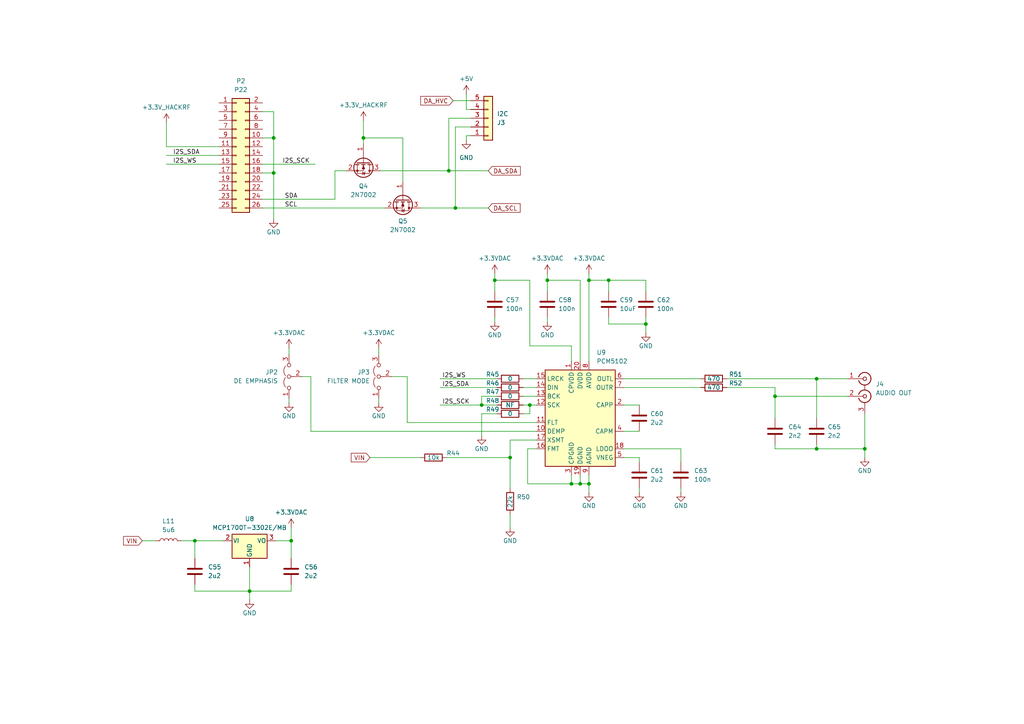
<source format=kicad_sch>
(kicad_sch (version 20231120) (generator "eeschema") (generator_version "8.0")
  (paper "A4")
  (title_block (title "${TITLE}") (date "${DATE}") (rev "${VERSION}") (company "${COPYRIGHT}") (comment 1 "${LICENSE}") (comment 2 "AUDIO OUTPUT"))
  (lib_symbols
    (symbol "+3.3v_aud:+3.3V_AUD" (power) (pin_names (offset 0))
      (property "Value" "+3.3V_AUD" (at 0 4.445 0))
      (symbol "+3.3V_AUD_0_0"
        (pin power_in line (at 0 0 90) (length 0) hide (name "+3.3VDAC") (number "1"))
      )
      (symbol "+3.3V_AUD_0_1"
        (polyline (pts (xy -0.762 1.27) (xy 0 2.54)))
        (polyline (pts (xy 0 0) (xy 0 2.54)))
        (polyline (pts (xy 0 2.54) (xy 0.762 1.27)))
      )
    )
    (symbol "+3.3v_hackrf:+3.3V_HACKRF" (power) (pin_names (offset 0))
      (property "Value" "+3.3V_HACKRF" (at 0 5.08 0))
      (symbol "+3.3V_HACKRF_0_1"
        (polyline (pts (xy -0.762 1.27) (xy 0 2.54)))
        (polyline (pts (xy 0 0) (xy 0 2.54)))
        (polyline (pts (xy 0 2.54) (xy 0.762 1.27)))
      )
      (symbol "+3.3V_HACKRF_1_0"
        (pin power_in line (at 0 0 90) (length 0) hide (name "+3.3V_HACKRF") (number "1"))
      )
    )
    (symbol "Audio:PCM5102"
      (property "Reference" "U" (at -10.16 13.97 0))
      (property "Value" "PCM5102" (at 3.81 13.97 0))
      (symbol "PCM5102_0_1"
        (rectangle (start -10.16 12.7) (end 10.16 -15.24) (stroke (width 0.254)) (fill (type background)))
      )
      (symbol "PCM5102_1_1"
        (pin passive line (at -2.54 15.24 270) (length 2.54) (name "CPVDD") (number "1"))
        (pin input line (at -12.7 -5.08 0) (length 2.54) (name "DEMP") (number "10"))
        (pin input line (at -12.7 -2.54 0) (length 2.54) (name "FLT") (number "11"))
        (pin input line (at -12.7 2.54 0) (length 2.54) (name "SCK") (number "12"))
        (pin input line (at -12.7 5.08 0) (length 2.54) (name "BCK") (number "13"))
        (pin input line (at -12.7 7.62 0) (length 2.54) (name "DIN") (number "14"))
        (pin input line (at -12.7 10.16 0) (length 2.54) (name "LRCK") (number "15"))
        (pin input line (at -12.7 -10.16 0) (length 2.54) (name "FMT") (number "16"))
        (pin input line (at -12.7 -7.62 0) (length 2.54) (name "XSMT") (number "17"))
        (pin passive line (at 12.7 -10.16 180) (length 2.54) (name "LDOO") (number "18"))
        (pin power_in line (at 0 -17.78 90) (length 2.54) (name "DGND") (number "19"))
        (pin passive line (at 12.7 2.54 180) (length 2.54) (name "CAPP") (number "2"))
        (pin power_in line (at 0 15.24 270) (length 2.54) (name "DVDD") (number "20"))
        (pin power_in line (at -2.54 -17.78 90) (length 2.54) (name "CPGND") (number "3"))
        (pin passive line (at 12.7 -5.08 180) (length 2.54) (name "CAPM") (number "4"))
        (pin passive line (at 12.7 -12.7 180) (length 2.54) (name "VNEG") (number "5"))
        (pin output line (at 12.7 10.16 180) (length 2.54) (name "OUTL") (number "6"))
        (pin output line (at 12.7 7.62 180) (length 2.54) (name "OUTR") (number "7"))
        (pin power_in line (at 2.54 15.24 270) (length 2.54) (name "AVDD") (number "8"))
        (pin power_in line (at 2.54 -17.78 90) (length 2.54) (name "AGND") (number "9"))
      )
    )
    (symbol "Connector:Conn_Coaxial_x2" (pin_names (offset 1.016) hide)
      (property "Reference" "J" (at 0 5.715 0))
      (property "Value" "Conn_Coaxial_x2" (at 2.921 0 90))
      (symbol "Conn_Coaxial_x2_0_1"
        (arc (start -1.778 -3.048) (mid 0.2311 -4.3466) (end 1.778 -2.54) (stroke (width 0.254)))
        (arc (start -1.778 2.032) (mid 0.2311 0.7334) (end 1.778 2.54) (stroke (width 0.254)))
        (circle (center 0 -2.54) (radius 0.508) (stroke (width 0.2032)))
        (polyline (pts (xy -2.54 -2.54) (xy -0.508 -2.54)))
        (polyline (pts (xy -2.54 2.54) (xy -0.508 2.54)))
        (polyline (pts (xy 0 -5.08) (xy 0 -4.318)))
        (polyline (pts (xy 0 0.762) (xy 0 -0.635)))
        (circle (center 0 2.54) (radius 0.508) (stroke (width 0.2032)))
        (arc (start 1.778 -2.54) (mid 0.2099 -0.7299) (end -1.778 -2.032) (stroke (width 0.254)))
        (arc (start 1.778 2.54) (mid 0.2099 4.3501) (end -1.778 3.048) (stroke (width 0.254)))
      )
      (symbol "Conn_Coaxial_x2_1_1"
        (pin passive line (at -5.08 2.54 0) (length 2.54) (name "IN1") (number "1"))
        (pin passive line (at -5.08 -2.54 0) (length 2.54) (name "IN2") (number "2"))
        (pin passive line (at 0 -7.62 90) (length 2.54) (name "EXT") (number "3"))
      )
    )
    (symbol "Connector_Generic:Conn_01x05" (pin_names (offset 1.016) hide)
      (property "Reference" "J" (at 0 7.62 0))
      (property "Value" "Conn_01x05" (at 0 -7.62 0))
      (symbol "Conn_01x05_1_1"
        (rectangle (start -1.27 -4.953) (end 0 -5.207) (stroke (width 0.1524)))
        (rectangle (start -1.27 -2.413) (end 0 -2.667) (stroke (width 0.1524)))
        (rectangle (start -1.27 0.127) (end 0 -0.127) (stroke (width 0.1524)))
        (rectangle (start -1.27 2.667) (end 0 2.413) (stroke (width 0.1524)))
        (rectangle (start -1.27 5.207) (end 0 4.953) (stroke (width 0.1524)))
        (rectangle (start -1.27 6.35) (end 1.27 -6.35) (stroke (width 0.254)) (fill (type background)))
        (pin passive line (at -5.08 5.08 0) (length 3.81) (name "Pin_1") (number "1"))
        (pin passive line (at -5.08 2.54 0) (length 3.81) (name "Pin_2") (number "2"))
        (pin passive line (at -5.08 0 0) (length 3.81) (name "Pin_3") (number "3"))
        (pin passive line (at -5.08 -2.54 0) (length 3.81) (name "Pin_4") (number "4"))
        (pin passive line (at -5.08 -5.08 0) (length 3.81) (name "Pin_5") (number "5"))
      )
    )
    (symbol "Connector_Generic:Conn_02x13_Odd_Even" (pin_names (offset 1.016) hide)
      (property "Reference" "J" (at 1.27 17.78 0))
      (property "Value" "Conn_02x13_Odd_Even" (at 1.27 -17.78 0))
      (symbol "Conn_02x13_Odd_Even_1_1"
        (rectangle (start -1.27 -15.113) (end 0 -15.367) (stroke (width 0.1524)))
        (rectangle (start -1.27 -12.573) (end 0 -12.827) (stroke (width 0.1524)))
        (rectangle (start -1.27 -10.033) (end 0 -10.287) (stroke (width 0.1524)))
        (rectangle (start -1.27 -7.493) (end 0 -7.747) (stroke (width 0.1524)))
        (rectangle (start -1.27 -4.953) (end 0 -5.207) (stroke (width 0.1524)))
        (rectangle (start -1.27 -2.413) (end 0 -2.667) (stroke (width 0.1524)))
        (rectangle (start -1.27 0.127) (end 0 -0.127) (stroke (width 0.1524)))
        (rectangle (start -1.27 2.667) (end 0 2.413) (stroke (width 0.1524)))
        (rectangle (start -1.27 5.207) (end 0 4.953) (stroke (width 0.1524)))
        (rectangle (start -1.27 7.747) (end 0 7.493) (stroke (width 0.1524)))
        (rectangle (start -1.27 10.287) (end 0 10.033) (stroke (width 0.1524)))
        (rectangle (start -1.27 12.827) (end 0 12.573) (stroke (width 0.1524)))
        (rectangle (start -1.27 15.367) (end 0 15.113) (stroke (width 0.1524)))
        (rectangle (start -1.27 16.51) (end 3.81 -16.51) (stroke (width 0.254)) (fill (type background)))
        (rectangle (start 3.81 -15.113) (end 2.54 -15.367) (stroke (width 0.1524)))
        (rectangle (start 3.81 -12.573) (end 2.54 -12.827) (stroke (width 0.1524)))
        (rectangle (start 3.81 -10.033) (end 2.54 -10.287) (stroke (width 0.1524)))
        (rectangle (start 3.81 -7.493) (end 2.54 -7.747) (stroke (width 0.1524)))
        (rectangle (start 3.81 -4.953) (end 2.54 -5.207) (stroke (width 0.1524)))
        (rectangle (start 3.81 -2.413) (end 2.54 -2.667) (stroke (width 0.1524)))
        (rectangle (start 3.81 0.127) (end 2.54 -0.127) (stroke (width 0.1524)))
        (rectangle (start 3.81 2.667) (end 2.54 2.413) (stroke (width 0.1524)))
        (rectangle (start 3.81 5.207) (end 2.54 4.953) (stroke (width 0.1524)))
        (rectangle (start 3.81 7.747) (end 2.54 7.493) (stroke (width 0.1524)))
        (rectangle (start 3.81 10.287) (end 2.54 10.033) (stroke (width 0.1524)))
        (rectangle (start 3.81 12.827) (end 2.54 12.573) (stroke (width 0.1524)))
        (rectangle (start 3.81 15.367) (end 2.54 15.113) (stroke (width 0.1524)))
        (pin passive line (at -5.08 15.24 0) (length 3.81) (name "Pin_1") (number "1"))
        (pin passive line (at 7.62 5.08 180) (length 3.81) (name "Pin_10") (number "10"))
        (pin passive line (at -5.08 2.54 0) (length 3.81) (name "Pin_11") (number "11"))
        (pin passive line (at 7.62 2.54 180) (length 3.81) (name "Pin_12") (number "12"))
        (pin passive line (at -5.08 0 0) (length 3.81) (name "Pin_13") (number "13"))
        (pin passive line (at 7.62 0 180) (length 3.81) (name "Pin_14") (number "14"))
        (pin passive line (at -5.08 -2.54 0) (length 3.81) (name "Pin_15") (number "15"))
        (pin passive line (at 7.62 -2.54 180) (length 3.81) (name "Pin_16") (number "16"))
        (pin passive line (at -5.08 -5.08 0) (length 3.81) (name "Pin_17") (number "17"))
        (pin passive line (at 7.62 -5.08 180) (length 3.81) (name "Pin_18") (number "18"))
        (pin passive line (at -5.08 -7.62 0) (length 3.81) (name "Pin_19") (number "19"))
        (pin passive line (at 7.62 15.24 180) (length 3.81) (name "Pin_2") (number "2"))
        (pin passive line (at 7.62 -7.62 180) (length 3.81) (name "Pin_20") (number "20"))
        (pin passive line (at -5.08 -10.16 0) (length 3.81) (name "Pin_21") (number "21"))
        (pin passive line (at 7.62 -10.16 180) (length 3.81) (name "Pin_22") (number "22"))
        (pin passive line (at -5.08 -12.7 0) (length 3.81) (name "Pin_23") (number "23"))
        (pin passive line (at 7.62 -12.7 180) (length 3.81) (name "Pin_24") (number "24"))
        (pin passive line (at -5.08 -15.24 0) (length 3.81) (name "Pin_25") (number "25"))
        (pin passive line (at 7.62 -15.24 180) (length 3.81) (name "Pin_26") (number "26"))
        (pin passive line (at -5.08 12.7 0) (length 3.81) (name "Pin_3") (number "3"))
        (pin passive line (at 7.62 12.7 180) (length 3.81) (name "Pin_4") (number "4"))
        (pin passive line (at -5.08 10.16 0) (length 3.81) (name "Pin_5") (number "5"))
        (pin passive line (at 7.62 10.16 180) (length 3.81) (name "Pin_6") (number "6"))
        (pin passive line (at -5.08 7.62 0) (length 3.81) (name "Pin_7") (number "7"))
        (pin passive line (at 7.62 7.62 180) (length 3.81) (name "Pin_8") (number "8"))
        (pin passive line (at -5.08 5.08 0) (length 3.81) (name "Pin_9") (number "9"))
      )
    )
    (symbol "Device:C" (pin_numbers hide) (pin_names (offset 0.254))
      (property "Reference" "C" (at 0.635 2.54 0))
      (property "Value" "C" (at 0.635 -2.54 0))
      (symbol "C_0_1"
        (polyline (pts (xy -2.032 -0.762) (xy 2.032 -0.762)) (stroke (width 0.508)))
        (polyline (pts (xy -2.032 0.762) (xy 2.032 0.762)) (stroke (width 0.508)))
      )
      (symbol "C_1_1"
        (pin passive line (at 0 3.81 270) (length 2.794) (name "~") (number "1"))
        (pin passive line (at 0 -3.81 90) (length 2.794) (name "~") (number "2"))
      )
    )
    (symbol "Device:L" (pin_numbers hide) (pin_names (offset 1.016) hide)
      (property "Reference" "L" (at -1.27 0 90))
      (property "Value" "L" (at 1.905 0 90))
      (symbol "L_0_1"
        (arc (start 0 -2.54) (mid 0.6323 -1.905) (end 0 -1.27))
        (arc (start 0 -1.27) (mid 0.6323 -0.635) (end 0 0))
        (arc (start 0 0) (mid 0.6323 0.635) (end 0 1.27))
        (arc (start 0 1.27) (mid 0.6323 1.905) (end 0 2.54))
      )
      (symbol "L_1_1"
        (pin passive line (at 0 3.81 270) (length 1.27) (name "1") (number "1"))
        (pin passive line (at 0 -3.81 90) (length 1.27) (name "2") (number "2"))
      )
    )
    (symbol "Device:R" (pin_numbers hide) (pin_names (offset 0))
      (property "Reference" "R" (at 2.032 0 90))
      (property "Value" "R" (at 0 0 90))
      (symbol "R_0_1"
        (rectangle (start -1.016 -2.54) (end 1.016 2.54) (stroke (width 0.254)))
      )
      (symbol "R_1_1"
        (pin passive line (at 0 3.81 270) (length 1.27) (name "~") (number "1"))
        (pin passive line (at 0 -3.81 90) (length 1.27) (name "~") (number "2"))
      )
    )
    (symbol "Jumper:Jumper_3_Open" (pin_names (offset 0) hide)
      (property "Reference" "JP" (at -2.54 -2.54 0))
      (property "Value" "Jumper_3_Open" (at 0 2.794 0))
      (symbol "Jumper_3_Open_0_0"
        (circle (center -3.302 0) (radius 0.508))
        (circle (center 0 0) (radius 0.508))
        (circle (center 3.302 0) (radius 0.508))
      )
      (symbol "Jumper_3_Open_0_1"
        (arc (start -0.254 1.016) (mid -1.651 1.4992) (end -3.048 1.016))
        (polyline (pts (xy 0 -0.508) (xy 0 -1.27)))
        (arc (start 3.048 1.016) (mid 1.651 1.4992) (end 0.254 1.016))
      )
      (symbol "Jumper_3_Open_1_1"
        (pin passive line (at -6.35 0 0) (length 2.54) (name "A") (number "1"))
        (pin passive line (at 0 -3.81 90) (length 2.54) (name "C") (number "2"))
        (pin passive line (at 6.35 0 180) (length 2.54) (name "B") (number "3"))
      )
    )
    (symbol "Regulator_Linear:MCP1700x-120xxMB" (pin_names (offset 0.254))
      (property "Reference" "U" (at -3.81 3.175 0))
      (property "Value" "MCP1700x-120xxMB" (at 0 3.175 0))
      (symbol "MCP1700x-120xxMB_0_1"
        (rectangle (start -5.08 -5.08) (end 5.08 1.905) (stroke (width 0.254)) (fill (type background)))
      )
      (symbol "MCP1700x-120xxMB_1_1"
        (pin power_in line (at 0 -7.62 90) (length 2.54) (name "GND") (number "1"))
        (pin power_in line (at -7.62 0 0) (length 2.54) (name "VI") (number "2"))
        (pin power_out line (at 7.62 0 180) (length 2.54) (name "VO") (number "3"))
      )
    )
    (symbol "Transistor_FET:2N7002" (pin_names hide)
      (property "Reference" "Q" (at 5.08 1.905 0))
      (property "Value" "2N7002" (at 5.08 0 0))
      (symbol "2N7002_0_1"
        (polyline (pts (xy 0.254 0) (xy -2.54 0)))
        (polyline (pts (xy 0.254 1.905) (xy 0.254 -1.905)) (stroke (width 0.254)))
        (polyline (pts (xy 0.762 -1.27) (xy 0.762 -2.286)) (stroke (width 0.254)))
        (polyline (pts (xy 0.762 0.508) (xy 0.762 -0.508)) (stroke (width 0.254)))
        (polyline (pts (xy 0.762 2.286) (xy 0.762 1.27)) (stroke (width 0.254)))
        (polyline (pts (xy 2.54 2.54) (xy 2.54 1.778)))
        (polyline (pts (xy 2.54 -2.54) (xy 2.54 0) (xy 0.762 0)))
        (polyline (pts (xy 0.762 -1.778) (xy 3.302 -1.778) (xy 3.302 1.778) (xy 0.762 1.778)))
        (polyline (pts (xy 1.016 0) (xy 2.032 0.381) (xy 2.032 -0.381) (xy 1.016 0)) (fill (type outline)))
        (polyline (pts (xy 2.794 0.508) (xy 2.921 0.381) (xy 3.683 0.381) (xy 3.81 0.254)))
        (polyline (pts (xy 3.302 0.381) (xy 2.921 -0.254) (xy 3.683 -0.254) (xy 3.302 0.381)))
        (circle (center 1.651 0) (radius 2.794) (stroke (width 0.254)))
        (circle (center 2.54 -1.778) (radius 0.254) (fill (type outline)))
        (circle (center 2.54 1.778) (radius 0.254) (fill (type outline)))
      )
      (symbol "2N7002_1_1"
        (pin input line (at -5.08 0 0) (length 2.54) (name "G") (number "1"))
        (pin passive line (at 2.54 -5.08 90) (length 2.54) (name "S") (number "2"))
        (pin passive line (at 2.54 5.08 270) (length 2.54) (name "D") (number "3"))
      )
    )
    (symbol "power:+5V" (power) (pin_names (offset 0))
      (property "Value" "+5V" (at 0 3.556 0))
      (symbol "+5V_0_1"
        (polyline (pts (xy -0.762 1.27) (xy 0 2.54)))
        (polyline (pts (xy 0 0) (xy 0 2.54)))
        (polyline (pts (xy 0 2.54) (xy 0.762 1.27)))
      )
      (symbol "+5V_1_1"
        (pin power_in line (at 0 0 90) (length 0) hide (name "+5V") (number "1"))
      )
    )
    (symbol "power:GND" (power) (pin_names (offset 0))
      (property "Value" "GND" (at 0 -3.81 0))
      (symbol "GND_0_1"
        (polyline (pts (xy 0 0) (xy 0 -1.27) (xy 1.27 -1.27) (xy 0 -2.54) (xy -1.27 -1.27) (xy 0 -1.27)))
      )
      (symbol "GND_1_1"
        (pin power_in line (at 0 0 270) (length 0) hide (name "GND") (number "1"))
      )
    )
  )
  (junction (at 130.175 49.53))
  (junction (at 153.67 117.475))
  (junction (at 139.7 117.475))
  (junction (at 132.08 60.325))
  (junction (at 176.53 81.28))
  (junction (at 158.75 81.28))
  (junction (at 236.855 109.855))
  (junction (at 105.41 40.005))
  (junction (at 250.825 130.175))
  (junction (at 187.325 93.98))
  (junction (at 165.735 140.335))
  (junction (at 168.275 140.335))
  (junction (at 79.375 50.165))
  (junction (at 170.815 140.335))
  (junction (at 56.515 156.845))
  (junction (at 147.955 132.715))
  (junction (at 72.39 171.45))
  (junction (at 79.375 40.005))
  (junction (at 84.455 156.845))
  (junction (at 170.815 81.28))
  (junction (at 143.51 81.28))
  (junction (at 236.855 130.175))
  (junction (at 224.79 114.935))
  (wire (pts (xy 147.955 149.225) (xy 147.955 153.035)))
  (wire (pts (xy 79.375 40.005) (xy 79.375 50.165)))
  (wire (pts (xy 118.11 109.22) (xy 118.11 122.555)))
  (wire (pts (xy 185.42 141.605) (xy 185.42 142.875)))
  (wire (pts (xy 84.455 153.035) (xy 84.455 156.845)))
  (wire (pts (xy 127.635 112.395) (xy 144.145 112.395)))
  (wire (pts (xy 109.855 100.965) (xy 109.855 102.87)))
  (wire (pts (xy 185.42 132.715) (xy 185.42 133.985)))
  (wire (pts (xy 151.765 109.855) (xy 155.575 109.855)))
  (wire (pts (xy 151.765 112.395) (xy 155.575 112.395)))
  (wire (pts (xy 153.67 100.33) (xy 165.735 100.33)))
  (wire (pts (xy 168.275 104.775) (xy 168.275 81.28)))
  (wire (pts (xy 153.67 117.475) (xy 155.575 117.475)))
  (wire (pts (xy 153.035 140.335) (xy 165.735 140.335)))
  (wire (pts (xy 143.51 92.075) (xy 143.51 93.345)))
  (wire (pts (xy 168.275 140.335) (xy 170.815 140.335)))
  (wire (pts (xy 151.765 114.935) (xy 155.575 114.935)))
  (wire (pts (xy 132.08 60.325) (xy 141.605 60.325)))
  (wire (pts (xy 52.705 156.845) (xy 56.515 156.845)))
  (wire (pts (xy 79.375 50.165) (xy 79.375 63.5)))
  (wire (pts (xy 170.815 104.775) (xy 170.815 81.28)))
  (wire (pts (xy 113.665 109.22) (xy 118.11 109.22)))
  (wire (pts (xy 76.2 40.005) (xy 79.375 40.005)))
  (wire (pts (xy 76.2 47.625) (xy 91.44 47.625)))
  (wire (pts (xy 48.26 35.56) (xy 48.26 42.545)))
  (wire (pts (xy 147.955 127.635) (xy 155.575 127.635)))
  (wire (pts (xy 109.855 115.57) (xy 109.855 116.84)))
  (wire (pts (xy 176.53 92.075) (xy 176.53 93.98)))
  (wire (pts (xy 79.375 32.385) (xy 79.375 40.005)))
  (wire (pts (xy 165.735 100.33) (xy 165.735 104.775)))
  (wire (pts (xy 105.41 40.005) (xy 105.41 41.91)))
  (wire (pts (xy 180.975 112.395) (xy 203.2 112.395)))
  (wire (pts (xy 170.815 79.375) (xy 170.815 81.28)))
  (wire (pts (xy 110.49 49.53) (xy 130.175 49.53)))
  (wire (pts (xy 80.01 156.845) (xy 84.455 156.845)))
  (wire (pts (xy 180.975 125.095) (xy 185.42 125.095)))
  (wire (pts (xy 130.175 49.53) (xy 141.605 49.53)))
  (wire (pts (xy 197.485 130.175) (xy 197.485 133.985)))
  (wire (pts (xy 84.455 156.845) (xy 84.455 161.925)))
  (wire (pts (xy 176.53 81.28) (xy 176.53 84.455)))
  (wire (pts (xy 210.82 112.395) (xy 224.79 112.395)))
  (wire (pts (xy 139.7 117.475) (xy 144.145 117.475)))
  (wire (pts (xy 224.79 130.175) (xy 224.79 128.905)))
  (wire (pts (xy 130.175 49.53) (xy 130.175 34.29)))
  (wire (pts (xy 168.275 137.795) (xy 168.275 140.335)))
  (wire (pts (xy 224.79 112.395) (xy 224.79 114.935)))
  (wire (pts (xy 105.41 34.925) (xy 105.41 40.005)))
  (wire (pts (xy 131.445 29.21) (xy 136.525 29.21)))
  (wire (pts (xy 41.275 156.845) (xy 45.085 156.845)))
  (wire (pts (xy 72.39 164.465) (xy 72.39 171.45)))
  (wire (pts (xy 224.79 114.935) (xy 245.745 114.935)))
  (wire (pts (xy 197.485 141.605) (xy 197.485 142.875)))
  (wire (pts (xy 76.2 60.325) (xy 111.76 60.325)))
  (wire (pts (xy 168.275 81.28) (xy 158.75 81.28)))
  (wire (pts (xy 147.955 132.715) (xy 147.955 127.635)))
  (wire (pts (xy 135.255 27.305) (xy 135.255 31.75)))
  (wire (pts (xy 139.7 114.935) (xy 139.7 117.475)))
  (wire (pts (xy 116.84 52.705) (xy 116.84 40.005)))
  (wire (pts (xy 72.39 173.99) (xy 72.39 171.45)))
  (wire (pts (xy 176.53 81.28) (xy 187.325 81.28)))
  (wire (pts (xy 139.7 120.015) (xy 139.7 126.365)))
  (wire (pts (xy 144.145 114.935) (xy 139.7 114.935)))
  (wire (pts (xy 132.08 36.83) (xy 132.08 60.325)))
  (wire (pts (xy 170.815 137.795) (xy 170.815 140.335)))
  (wire (pts (xy 135.255 39.37) (xy 135.255 40.64)))
  (wire (pts (xy 147.955 132.715) (xy 147.955 141.605)))
  (wire (pts (xy 176.53 93.98) (xy 187.325 93.98)))
  (wire (pts (xy 236.855 109.855) (xy 245.745 109.855)))
  (wire (pts (xy 155.575 130.175) (xy 153.035 130.175)))
  (wire (pts (xy 180.975 109.855) (xy 203.2 109.855)))
  (wire (pts (xy 158.75 79.375) (xy 158.75 81.28)))
  (wire (pts (xy 136.525 36.83) (xy 132.08 36.83)))
  (wire (pts (xy 72.39 171.45) (xy 56.515 171.45)))
  (wire (pts (xy 90.17 109.22) (xy 87.63 109.22)))
  (wire (pts (xy 180.975 130.175) (xy 197.485 130.175)))
  (wire (pts (xy 155.575 125.095) (xy 90.17 125.095)))
  (wire (pts (xy 187.325 81.28) (xy 187.325 84.455)))
  (wire (pts (xy 170.815 140.335) (xy 170.815 142.875)))
  (wire (pts (xy 129.54 132.715) (xy 147.955 132.715)))
  (wire (pts (xy 56.515 156.845) (xy 64.77 156.845)))
  (wire (pts (xy 130.175 34.29) (xy 136.525 34.29)))
  (wire (pts (xy 236.855 128.905) (xy 236.855 130.175)))
  (wire (pts (xy 185.42 132.715) (xy 180.975 132.715)))
  (wire (pts (xy 210.82 109.855) (xy 236.855 109.855)))
  (wire (pts (xy 180.975 117.475) (xy 185.42 117.475)))
  (wire (pts (xy 151.765 117.475) (xy 153.67 117.475)))
  (wire (pts (xy 187.325 93.98) (xy 187.325 96.52)))
  (wire (pts (xy 72.39 171.45) (xy 84.455 171.45)))
  (wire (pts (xy 158.75 81.28) (xy 158.75 84.455)))
  (wire (pts (xy 118.11 122.555) (xy 155.575 122.555)))
  (wire (pts (xy 90.17 125.095) (xy 90.17 109.22)))
  (wire (pts (xy 83.82 100.965) (xy 83.82 102.87)))
  (wire (pts (xy 236.855 130.175) (xy 250.825 130.175)))
  (wire (pts (xy 48.26 45.085) (xy 63.5 45.085)))
  (wire (pts (xy 107.315 132.715) (xy 121.92 132.715)))
  (wire (pts (xy 224.79 114.935) (xy 224.79 121.285)))
  (wire (pts (xy 48.26 47.625) (xy 63.5 47.625)))
  (wire (pts (xy 170.815 81.28) (xy 176.53 81.28)))
  (wire (pts (xy 236.855 130.175) (xy 224.79 130.175)))
  (wire (pts (xy 153.035 130.175) (xy 153.035 140.335)))
  (wire (pts (xy 84.455 171.45) (xy 84.455 169.545)))
  (wire (pts (xy 165.735 137.795) (xy 165.735 140.335)))
  (wire (pts (xy 127.635 109.855) (xy 144.145 109.855)))
  (wire (pts (xy 158.75 92.075) (xy 158.75 93.345)))
  (wire (pts (xy 76.2 32.385) (xy 79.375 32.385)))
  (wire (pts (xy 165.735 140.335) (xy 168.275 140.335)))
  (wire (pts (xy 76.2 50.165) (xy 79.375 50.165)))
  (wire (pts (xy 56.515 156.845) (xy 56.515 161.925)))
  (wire (pts (xy 143.51 81.28) (xy 153.67 81.28)))
  (wire (pts (xy 151.765 120.015) (xy 153.67 120.015)))
  (wire (pts (xy 97.155 57.785) (xy 97.155 49.53)))
  (wire (pts (xy 56.515 171.45) (xy 56.515 169.545)))
  (wire (pts (xy 236.855 109.855) (xy 236.855 121.285)))
  (wire (pts (xy 153.67 120.015) (xy 153.67 117.475)))
  (wire (pts (xy 48.26 42.545) (xy 63.5 42.545)))
  (wire (pts (xy 143.51 84.455) (xy 143.51 81.28)))
  (wire (pts (xy 153.67 81.28) (xy 153.67 100.33)))
  (wire (pts (xy 127.635 117.475) (xy 139.7 117.475)))
  (wire (pts (xy 121.92 60.325) (xy 132.08 60.325)))
  (wire (pts (xy 76.2 57.785) (xy 97.155 57.785)))
  (wire (pts (xy 116.84 40.005) (xy 105.41 40.005)))
  (wire (pts (xy 144.145 120.015) (xy 139.7 120.015)))
  (wire (pts (xy 250.825 120.015) (xy 250.825 130.175)))
  (wire (pts (xy 143.51 79.375) (xy 143.51 81.28)))
  (wire (pts (xy 97.155 49.53) (xy 100.33 49.53)))
  (wire (pts (xy 250.825 130.175) (xy 250.825 132.715)))
  (wire (pts (xy 135.255 31.75) (xy 136.525 31.75)))
  (wire (pts (xy 187.325 92.075) (xy 187.325 93.98)))
  (wire (pts (xy 136.525 39.37) (xy 135.255 39.37)))
  (wire (pts (xy 83.82 115.57) (xy 83.82 116.84)))
  (label "I2S_WS" (at 50.165 47.625 0))
  (label "I2S_SDA" (at 50.165 45.085 0))
  (label "I2S_SDA" (at 128.27 112.395 0))
  (label "I2S_SCK" (at 81.915 47.625 0))
  (label "SCL" (at 82.55 60.325 0))
  (label "I2S_WS" (at 128.27 109.855 0))
  (label "I2S_SCK" (at 128.27 117.475 0))
  (label "SDA" (at 82.55 57.785 0))
  (global_label "DA_SDA" (shape input) (at 141.605 49.53 0) (property "Intersheetrefs" "${INTERSHEET_REFS}" (effects (hide yes))))
  (global_label "DA_SCL" (shape input) (at 141.605 60.325 0) (property "Intersheetrefs" "${INTERSHEET_REFS}" (effects (hide yes))))
  (global_label "VIN" (shape input) (at 41.275 156.845 180) (property "Intersheetrefs" "${INTERSHEET_REFS}" (effects (hide yes))))
  (global_label "VIN" (shape input) (at 107.315 132.715 180) (property "Intersheetrefs" "${INTERSHEET_REFS}" (effects (hide yes))))
  (global_label "DA_HVC" (shape input) (at 131.445 29.21 180) (property "Intersheetrefs" "${INTERSHEET_REFS}" (effects (hide yes))))
  (symbol (lib_id "+3.3v_aud:+3.3V_AUD") (at 170.815 79.375 0) (unit 1)
    (property "Reference" "#PWR093" (effects (hide yes)))
    (property "Value" "+3.3VDAC" (at 170.815 74.93 0))
  )
  (symbol (lib_id "Device:R") (at 207.01 112.395 90) (unit 1)
    (property "Reference" "R52" (at 213.36 111.125 90))
    (property "Value" "470" (at 207.01 112.395 90))
    (property "Footprint" "Resistor_SMD:R_0603_1608Metric" (effects (hide yes)))
  )
  (symbol (lib_id "Device:R") (at 147.955 109.855 90) (unit 1)
    (property "Reference" "R45" (at 142.875 108.585 90))
    (property "Value" "0" (at 147.955 109.855 90))
    (property "Footprint" "Resistor_SMD:R_0603_1608Metric" (effects (hide yes)))
  )
  (symbol (lib_id "power:GND") (at 187.325 96.52 0) (unit 1)
    (property "Reference" "#PWR096" (effects (hide yes)))
    (property "Value" "GND" (at 187.325 100.33 0))
  )
  (symbol (lib_id "Device:C") (at 143.51 88.265 0) (unit 1)
    (property "Reference" "C57" (at 146.685 86.995 0) (effects (justify left)))
    (property "Value" "100n" (at 146.685 89.535 0) (effects (justify left)))
    (property "Footprint" "Capacitor_SMD:C_0603_1608Metric" (effects (hide yes)))
  )
  (symbol (lib_id "Device:C") (at 176.53 88.265 0) (unit 1)
    (property "Reference" "C59" (at 179.705 86.995 0) (effects (justify left)))
    (property "Value" "10uF" (at 179.705 89.535 0) (effects (justify left)))
    (property "Footprint" "Capacitor_SMD:C_1210_3225Metric" (effects (hide yes)))
  )
  (symbol (lib_id "+3.3v_aud:+3.3V_AUD") (at 109.855 100.965 0) (unit 1)
    (property "Reference" "#PWR083" (effects (hide yes)))
    (property "Value" "+3.3VDAC" (at 109.855 96.52 0))
  )
  (symbol (lib_id "power:GND") (at 109.855 116.84 0) (unit 1)
    (property "Reference" "#PWR084" (effects (hide yes)))
    (property "Value" "GND" (at 109.855 120.65 0))
  )
  (symbol (lib_id "power:GND") (at 143.51 93.345 0) (unit 1)
    (property "Reference" "#PWR089" (effects (hide yes)))
    (property "Value" "GND" (at 143.51 97.155 0))
  )
  (symbol (lib_id "Device:C") (at 224.79 125.095 0) (unit 1)
    (property "Reference" "C64" (at 228.6 123.825 0) (effects (justify left)))
    (property "Value" "2n2" (at 228.6 126.365 0) (effects (justify left)))
    (property "Footprint" "Capacitor_SMD:C_0603_1608Metric" (effects (hide yes)))
  )
  (symbol (lib_id "Device:R") (at 147.955 120.015 90) (unit 1)
    (property "Reference" "R49" (at 142.875 118.745 90))
    (property "Value" "0" (at 147.955 120.015 90))
    (property "Footprint" "Resistor_SMD:R_0603_1608Metric" (effects (hide yes)))
  )
  (symbol (lib_id "power:GND") (at 83.82 116.84 0) (unit 1)
    (property "Reference" "#PWR080" (effects (hide yes)))
    (property "Value" "GND" (at 83.82 120.65 0))
  )
  (symbol (lib_id "+3.3v_hackrf:+3.3V_HACKRF") (at 48.26 35.56 0) (unit 1)
    (property "Reference" "#PWR076" (effects (hide yes)))
    (property "Value" "+3.3V_HACKRF" (at 48.26 31.115 0))
  )
  (symbol (lib_id "Device:C") (at 236.855 125.095 0) (unit 1)
    (property "Reference" "C65" (at 240.03 123.825 0) (effects (justify left)))
    (property "Value" "2n2" (at 240.03 126.365 0) (effects (justify left)))
    (property "Footprint" "Capacitor_SMD:C_0603_1608Metric" (effects (hide yes)))
  )
  (symbol (lib_id "power:GND") (at 197.485 142.875 0) (unit 1)
    (property "Reference" "#PWR097" (effects (hide yes)))
    (property "Value" "GND" (at 197.485 146.685 0))
  )
  (symbol (lib_id "+3.3v_aud:+3.3V_AUD") (at 84.455 153.035 0) (unit 1)
    (property "Reference" "#PWR081" (effects (hide yes)))
    (property "Value" "+3.3VDAC" (at 84.455 148.59 0))
  )
  (symbol (lib_id "Connector_Generic:Conn_02x13_Odd_Even") (at 68.58 45.085 0) (unit 1)
    (property "Reference" "P2" (at 69.85 23.495 0))
    (property "Value" "P22" (at 69.85 26.035 0))
    (property "Footprint" "hackrf:GSG-HEADER-2x13" (effects (hide yes)))
  )
  (symbol (lib_id "power:GND") (at 72.39 173.99 0) (unit 1)
    (property "Reference" "#PWR077" (effects (hide yes)))
    (property "Value" "GND" (at 72.39 177.8 0))
  )
  (symbol (lib_id "power:GND") (at 170.815 142.875 0) (unit 1)
    (property "Reference" "#PWR094" (effects (hide yes)))
    (property "Value" "GND" (at 170.815 146.685 0))
  )
  (symbol (lib_id "Jumper:Jumper_3_Open") (at 83.82 109.22 90) (unit 1)
    (property "Reference" "JP2" (at 80.645 107.95 90) (effects (justify left)))
    (property "Value" "DE EMPHASIS" (at 80.645 110.49 90) (effects (justify left)))
    (property "Footprint" "Jumper:SolderJumper-3_P1.3mm_Open_Pad1.0x1.5mm" (effects (hide yes)))
  )
  (symbol (lib_id "Device:R") (at 207.01 109.855 90) (unit 1)
    (property "Reference" "R51" (at 213.36 108.585 90))
    (property "Value" "470" (at 207.01 109.855 90))
    (property "Footprint" "Resistor_SMD:R_0603_1608Metric" (effects (hide yes)))
  )
  (symbol (lib_id "Device:R") (at 125.73 132.715 90) (unit 1)
    (property "Reference" "R44" (at 131.445 131.445 90))
    (property "Value" "10k" (at 125.73 132.715 90))
    (property "Footprint" "Resistor_SMD:R_0603_1608Metric" (effects (hide yes)))
  )
  (symbol (lib_id "+3.3v_hackrf:+3.3V_HACKRF") (at 105.41 34.925 0) (unit 1)
    (property "Reference" "#PWR082" (effects (hide yes)))
    (property "Value" "+3.3V_HACKRF" (at 105.41 30.48 0))
  )
  (symbol (lib_id "Device:C") (at 84.455 165.735 0) (unit 1)
    (property "Reference" "C56" (at 88.265 164.465 0) (effects (justify left)))
    (property "Value" "2u2" (at 88.265 167.005 0) (effects (justify left)))
    (property "Footprint" "Capacitor_SMD:C_0603_1608Metric" (effects (hide yes)))
  )
  (symbol (lib_id "Device:C") (at 56.515 165.735 0) (unit 1)
    (property "Reference" "C55" (at 60.325 164.465 0) (effects (justify left)))
    (property "Value" "2u2" (at 60.325 167.005 0) (effects (justify left)))
    (property "Footprint" "Capacitor_SMD:C_0603_1608Metric" (effects (hide yes)))
  )
  (symbol (lib_id "Device:R") (at 147.955 112.395 90) (unit 1)
    (property "Reference" "R46" (at 142.875 111.125 90))
    (property "Value" "0" (at 147.955 112.395 90))
    (property "Footprint" "Resistor_SMD:R_0603_1608Metric" (effects (hide yes)))
  )
  (symbol (lib_id "Audio:PCM5102") (at 168.275 120.015 0) (unit 1)
    (property "Reference" "U9" (at 173.0091 102.235 0) (effects (justify left)))
    (property "Value" "PCM5102" (at 173.0091 104.775 0) (effects (justify left)))
    (property "Footprint" "Package_SO:TSSOP-20_4.4x6.5mm_P0.65mm" (effects (hide yes)))
    (property "Datasheet" "http://www.ti.com/lit/ds/symlink/pcm5102.pdf" (effects (hide yes)))
  )
  (symbol (lib_id "Jumper:Jumper_3_Open") (at 109.855 109.22 90) (unit 1)
    (property "Reference" "JP3" (at 107.315 107.95 90) (effects (justify left)))
    (property "Value" "FILTER MODE" (at 107.315 110.49 90) (effects (justify left)))
    (property "Footprint" "Jumper:SolderJumper-3_P1.3mm_Open_Pad1.0x1.5mm" (effects (hide yes)))
  )
  (symbol (lib_id "Transistor_FET:2N7002") (at 116.84 57.785 270) (unit 1)
    (property "Reference" "Q5" (at 116.84 64.135 90))
    (property "Value" "2N7002" (at 116.84 66.675 90))
    (property "Footprint" "Package_TO_SOT_SMD:SOT-23" (effects (hide yes)))
    (property "Datasheet" "https://www.onsemi.com/pub/Collateral/NDS7002A-D.PDF" (effects (hide yes)))
  )
  (symbol (lib_id "Device:C") (at 158.75 88.265 0) (unit 1)
    (property "Reference" "C58" (at 161.925 86.995 0) (effects (justify left)))
    (property "Value" "100n" (at 161.925 89.535 0) (effects (justify left)))
    (property "Footprint" "Capacitor_SMD:C_0603_1608Metric" (effects (hide yes)))
  )
  (symbol (lib_id "Device:C") (at 185.42 121.285 0) (unit 1)
    (property "Reference" "C60" (at 188.595 120.015 0) (effects (justify left)))
    (property "Value" "2u2" (at 188.595 122.555 0) (effects (justify left)))
    (property "Footprint" "Capacitor_SMD:C_0603_1608Metric" (effects (hide yes)))
  )
  (symbol (lib_id "Device:C") (at 187.325 88.265 0) (unit 1)
    (property "Reference" "C62" (at 190.5 86.995 0) (effects (justify left)))
    (property "Value" "100n" (at 190.5 89.535 0) (effects (justify left)))
    (property "Footprint" "Capacitor_SMD:C_0603_1608Metric" (effects (hide yes)))
  )
  (symbol (lib_id "power:+5V") (at 135.255 27.305 0) (unit 1)
    (property "Reference" "#PWR085" (effects (hide yes)))
    (property "Value" "+5V" (at 135.255 22.86 0))
  )
  (symbol (lib_id "power:GND") (at 139.7 126.365 0) (unit 1)
    (property "Reference" "#PWR087" (effects (hide yes)))
    (property "Value" "GND" (at 139.7 130.175 0))
  )
  (symbol (lib_id "Device:R") (at 147.955 114.935 90) (unit 1)
    (property "Reference" "R47" (at 142.875 113.665 90))
    (property "Value" "0" (at 147.955 114.935 90))
    (property "Footprint" "Resistor_SMD:R_0603_1608Metric" (effects (hide yes)))
  )
  (symbol (lib_id "+3.3v_aud:+3.3V_AUD") (at 83.82 100.965 0) (unit 1)
    (property "Reference" "#PWR079" (effects (hide yes)))
    (property "Value" "+3.3VDAC" (at 83.82 96.52 0))
  )
  (symbol (lib_id "Transistor_FET:2N7002") (at 105.41 46.99 270) (unit 1)
    (property "Reference" "Q4" (at 105.41 53.975 90))
    (property "Value" "2N7002" (at 105.41 56.515 90))
    (property "Footprint" "Package_TO_SOT_SMD:SOT-23" (effects (hide yes)))
    (property "Datasheet" "https://www.onsemi.com/pub/Collateral/NDS7002A-D.PDF" (effects (hide yes)))
  )
  (symbol (lib_id "+3.3v_aud:+3.3V_AUD") (at 143.51 79.375 0) (unit 1)
    (property "Reference" "#PWR088" (effects (hide yes)))
    (property "Value" "+3.3VDAC" (at 143.51 74.93 0))
  )
  (symbol (lib_id "power:GND") (at 147.955 153.035 0) (unit 1)
    (property "Reference" "#PWR090" (effects (hide yes)))
    (property "Value" "GND" (at 147.955 156.845 0))
  )
  (symbol (lib_id "power:GND") (at 185.42 142.875 0) (unit 1)
    (property "Reference" "#PWR095" (effects (hide yes)))
    (property "Value" "GND" (at 185.42 146.685 0))
  )
  (symbol (lib_id "power:GND") (at 135.255 40.64 0) (unit 1)
    (property "Reference" "#PWR086" (effects (hide yes)))
    (property "Value" "GND" (at 135.255 45.72 0))
  )
  (symbol (lib_id "Device:R") (at 147.955 145.415 0) (unit 1)
    (property "Reference" "R50" (at 149.86 144.145 0) (effects (justify left)))
    (property "Value" "22k" (at 147.955 147.32 90) (effects (justify left)))
    (property "Footprint" "Resistor_SMD:R_0603_1608Metric" (effects (hide yes)))
  )
  (symbol (lib_id "power:GND") (at 250.825 132.715 0) (unit 1)
    (property "Reference" "#PWR098" (effects (hide yes)))
    (property "Value" "GND" (at 250.825 136.525 0))
  )
  (symbol (lib_id "Device:C") (at 197.485 137.795 0) (unit 1)
    (property "Reference" "C63" (at 201.295 136.525 0) (effects (justify left)))
    (property "Value" "100n" (at 201.295 139.065 0) (effects (justify left)))
    (property "Footprint" "Capacitor_SMD:C_0603_1608Metric" (effects (hide yes)))
  )
  (symbol (lib_id "Device:L") (at 48.895 156.845 90) (unit 1)
    (property "Reference" "L11" (at 48.895 151.13 90))
    (property "Value" "5u6" (at 48.895 153.67 90))
    (property "Footprint" "Inductor_SMD:L_1210_3225Metric" (effects (hide yes)))
    (property "Description" "Inductor" (effects (hide yes)))
  )
  (symbol (lib_id "power:GND") (at 158.75 93.345 0) (unit 1)
    (property "Reference" "#PWR092" (effects (hide yes)))
    (property "Value" "GND" (at 158.75 97.155 0))
  )
  (symbol (lib_id "Connector:Conn_Coaxial_x2") (at 250.825 112.395 0) (unit 1)
    (property "Reference" "J4" (at 254 111.4182 0) (effects (justify left)))
    (property "Value" "AUDIO OUT" (at 254 113.9582 0) (effects (justify left)))
    (property "Footprint" "PJRAN2X1U01X:PJRAN2X1U01X" (effects (hide yes)))
    (property "Datasheet" " ~" (effects (hide yes)))
  )
  (symbol (lib_id "Device:R") (at 147.955 117.475 90) (unit 1)
    (property "Reference" "R48" (at 142.875 116.205 90))
    (property "Value" "NF" (at 147.955 117.475 90))
    (property "Footprint" "Resistor_SMD:R_0603_1608Metric" (effects (hide yes)))
  )
  (symbol (lib_id "Connector_Generic:Conn_01x05") (at 141.605 34.29 0) (mirror x) (unit 1)
    (property "Reference" "J3" (at 144.145 35.56 0) (effects (justify left)))
    (property "Value" "I2C" (at 144.145 33.02 0) (effects (justify left)))
    (property "Footprint" "Connector_Molex:Molex_KK-254_AE-6410-05A_1x05_P2.54mm_Vertical" (effects (hide yes)))
  )
  (symbol (lib_id "Device:C") (at 185.42 137.795 0) (unit 1)
    (property "Reference" "C61" (at 188.595 136.525 0) (effects (justify left)))
    (property "Value" "2u2" (at 188.595 139.065 0) (effects (justify left)))
    (property "Footprint" "Capacitor_SMD:C_0603_1608Metric" (effects (hide yes)))
  )
  (symbol (lib_id "Regulator_Linear:MCP1700x-120xxMB") (at 72.39 156.845 0) (unit 1)
    (property "Reference" "U8" (at 72.39 150.495 0))
    (property "Value" "MCP1700T-3302E/MB" (at 72.39 153.035 0))
    (property "Footprint" "Package_TO_SOT_SMD:SOT-89-3" (effects (hide yes)))
    (property "Datasheet" "http://ww1.microchip.com/downloads/en/DeviceDoc/20001826D.pdf" (effects (hide yes)))
  )
  (symbol (lib_id "+3.3v_aud:+3.3V_AUD") (at 158.75 79.375 0) (unit 1)
    (property "Reference" "#PWR091" (effects (hide yes)))
    (property "Value" "+3.3VDAC" (at 158.75 74.93 0))
  )
  (symbol (lib_id "power:GND") (at 79.375 63.5 0) (unit 1)
    (property "Reference" "#PWR078" (effects (hide yes)))
    (property "Value" "GND" (at 79.375 67.31 0))
  )
)
</source>
